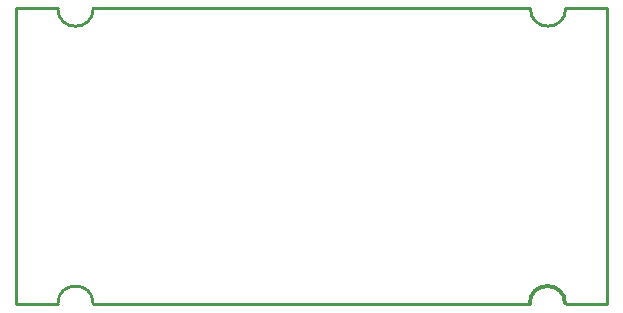
<source format=gko>
%FSLAX24Y24*%
%MOIN*%
G70*
G01*
G75*
G04 Layer_Color=16711935*
%ADD10R,0.0236X0.0433*%
%ADD11R,0.0925X0.0197*%
%ADD12R,0.0984X0.0925*%
%ADD13R,0.0709X0.0472*%
%ADD14R,0.0610X0.0236*%
%ADD15O,0.0610X0.0236*%
%ADD16R,0.1102X0.1102*%
%ADD17O,0.0256X0.0098*%
%ADD18O,0.0098X0.0256*%
%ADD19R,0.0354X0.0252*%
%ADD20R,0.0354X0.0161*%
%ADD21O,0.0236X0.0610*%
%ADD22R,0.0236X0.0610*%
%ADD23R,0.0472X0.0709*%
%ADD24O,0.0276X0.0118*%
%ADD25R,0.0748X0.0354*%
%ADD26O,0.0827X0.0177*%
%ADD27R,0.0571X0.0217*%
%ADD28R,0.0571X0.0217*%
%ADD29R,0.0630X0.0276*%
%ADD30R,0.0374X0.0512*%
%ADD31R,0.0354X0.0276*%
%ADD32R,0.0276X0.0354*%
G04:AMPARAMS|DCode=33|XSize=35.4mil|YSize=27.6mil|CornerRadius=0mil|HoleSize=0mil|Usage=FLASHONLY|Rotation=225.000|XOffset=0mil|YOffset=0mil|HoleType=Round|Shape=Rectangle|*
%AMROTATEDRECTD33*
4,1,4,0.0028,0.0223,0.0223,0.0028,-0.0028,-0.0223,-0.0223,-0.0028,0.0028,0.0223,0.0*
%
%ADD33ROTATEDRECTD33*%

%ADD34R,0.0551X0.0433*%
%ADD35R,0.0453X0.0236*%
%ADD36R,0.0335X0.0315*%
%ADD37C,0.0250*%
%ADD38C,0.0100*%
%ADD39C,0.0200*%
%ADD40C,0.0150*%
%ADD41C,0.0300*%
%ADD42R,0.0500X0.0500*%
%ADD43C,0.0500*%
%ADD44R,0.0787X0.0315*%
%ADD45R,0.0394X0.0394*%
%ADD46C,0.0394*%
%ADD47C,0.0240*%
%ADD48C,0.0260*%
%ADD49C,0.0300*%
%ADD50O,0.0236X0.0866*%
%ADD51R,0.0886X0.0768*%
%ADD52R,0.0886X0.1004*%
%ADD53R,0.0906X0.0906*%
%ADD54R,0.0827X0.0906*%
%ADD55C,0.0098*%
%ADD56C,0.0236*%
%ADD57C,0.0039*%
%ADD58C,0.0079*%
%ADD59C,0.0047*%
%ADD60C,0.0063*%
%ADD61C,0.0060*%
%ADD62R,0.0316X0.0513*%
%ADD63R,0.1005X0.0277*%
%ADD64R,0.1064X0.1005*%
%ADD65R,0.0789X0.0552*%
%ADD66R,0.0690X0.0316*%
%ADD67O,0.0690X0.0316*%
%ADD68R,0.1182X0.1182*%
%ADD69O,0.0336X0.0178*%
%ADD70O,0.0178X0.0336*%
%ADD71R,0.0434X0.0332*%
%ADD72R,0.0434X0.0241*%
%ADD73O,0.0316X0.0690*%
%ADD74R,0.0316X0.0690*%
%ADD75R,0.0552X0.0789*%
%ADD76O,0.0356X0.0198*%
%ADD77R,0.0828X0.0434*%
%ADD78O,0.0907X0.0257*%
%ADD79R,0.0651X0.0297*%
%ADD80R,0.0651X0.0297*%
%ADD81R,0.0710X0.0356*%
%ADD82R,0.0454X0.0592*%
%ADD83R,0.0434X0.0356*%
%ADD84R,0.0356X0.0434*%
G04:AMPARAMS|DCode=85|XSize=43.4mil|YSize=35.6mil|CornerRadius=0mil|HoleSize=0mil|Usage=FLASHONLY|Rotation=225.000|XOffset=0mil|YOffset=0mil|HoleType=Round|Shape=Rectangle|*
%AMROTATEDRECTD85*
4,1,4,0.0028,0.0279,0.0279,0.0028,-0.0028,-0.0279,-0.0279,-0.0028,0.0028,0.0279,0.0*
%
%ADD85ROTATEDRECTD85*%

%ADD86R,0.0631X0.0513*%
%ADD87R,0.0533X0.0316*%
%ADD88R,0.0415X0.0395*%
%ADD89R,0.0580X0.0580*%
%ADD90C,0.0580*%
%ADD91C,0.0080*%
%ADD92R,0.0867X0.0395*%
%ADD93R,0.0474X0.0474*%
%ADD94C,0.0474*%
%ADD95C,0.0320*%
%ADD96C,0.0380*%
%ADD97O,0.0316X0.0946*%
%ADD98R,0.0966X0.0848*%
%ADD99R,0.0966X0.1084*%
%ADD100R,0.0986X0.0986*%
%ADD101R,0.0907X0.0986*%
%ADD102C,0.0340*%
%ADD103C,0.0080*%
%ADD104C,0.0000*%
%ADD105R,0.1181X0.0196*%
%ADD106R,0.1378X0.0334*%
%ADD107C,0.0020*%
%ADD108C,0.0118*%
D38*
X25369Y36460D02*
G03*
X26551Y36460I591J0D01*
G01*
X41119D02*
G03*
X42301Y36460I591J0D01*
G01*
X26551Y26617D02*
G03*
X25369Y26617I-591J0D01*
G01*
X43673D02*
Y36460D01*
X23988Y26617D02*
Y36460D01*
Y26617D02*
X25369D01*
X26551D02*
X41119D01*
X42301D02*
X43673D01*
X42301Y36460D02*
X43673D01*
X26551D02*
X41119D01*
X23988D02*
X25369D01*
D108*
X42281Y26617D02*
G03*
X41100Y26617I-591J0D01*
G01*
M02*

</source>
